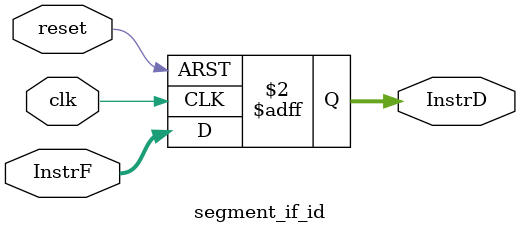
<source format=sv>
module segment_if_id
(
	// Entradas
	input logic clk, reset,
	input logic [31:0] InstrF,
	
	// Salidas
	output logic [31:0] InstrD
);
			
	always_ff@(negedge clk, posedge reset)
		if(reset)
			begin
				InstrD = 0;
			end
			
		else 
			begin
				InstrD = InstrF;
			end
		
endmodule
</source>
